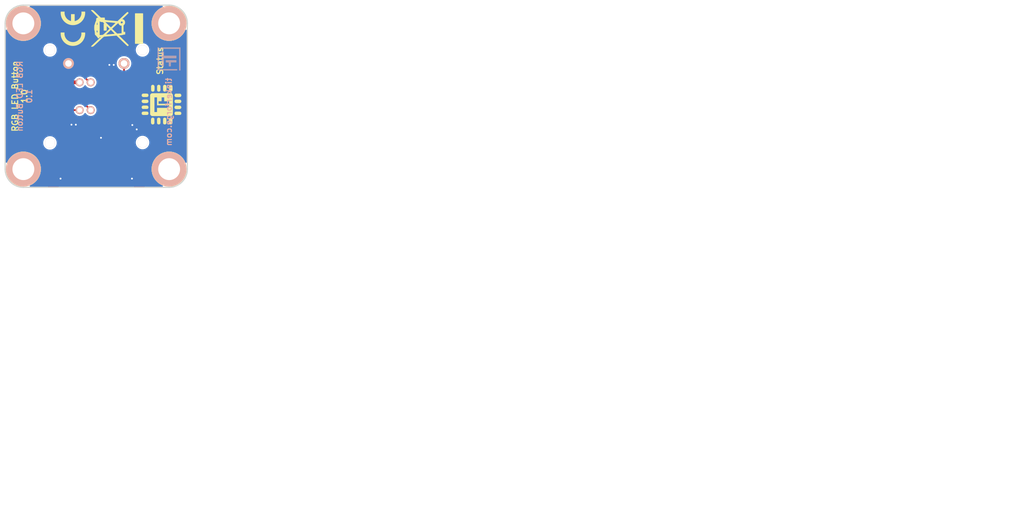
<source format=kicad_pcb>
(kicad_pcb (version 20221018) (generator pcbnew)
  (title_block (title "RGB Button Bricklet") (date "2017-05-08") (rev "1.0") (company "Tinkerforge GmbH") (comment 1 "Licensed under CERN OHL v.1.1") (comment 2 "Copyright (©) 2017, B.Nordmeyer <bastian@tinkerforge.com>"))
  (layers (0 "F.Cu" signal) (31 "B.Cu" signal) (34 "B.Paste" user) (35 "F.Paste" user) (36 "B.SilkS" user "B.Silkscreen") (37 "F.SilkS" user "F.Silkscreen") (38 "B.Mask" user) (39 "F.Mask" user) (44 "Edge.Cuts" user))
  (net 0 "")
  (net 1 "GND")
  (net 2 "VCC")
  (net 3 "S-MISO")
  (net 4 "S-MOSI")
  (net 5 "S-CLK")
  (net 6 "S-CS")
  (net 7 "P1.2_HO")
  (net 8 "P1.1_HO")
  (net 9 "P1.0_HO")
  (net 10 "PinSwitch")
  (net 11 "Net-(R2-Pad2)")
  (net 12 "Net-(R3-Pad2)")
  (net 13 "Net-(P2-Pad2)")
  (net 14 "Net-(P1-Pad4)")
  (net 15 "Net-(P1-Pad5)")
  (net 16 "Net-(P1-Pad6)")
  (net 17 "Net-(C1-Pad1)")
  (net 18 "Net-(D1-Pad2)")
  (net 19 "Net-(R1-Pad1)")
  (net 20 "Net-(R4-Pad2)")
  (net 21 "Net-(P1-Pad1)")
  (net 22 "Net-(U1-Pad2)")
  (net 23 "Net-(U1-Pad3)")
  (net 24 "Net-(U1-Pad4)")
  (net 25 "Net-(U1-Pad5)")
  (net 26 "Net-(U1-Pad6)")
  (net 27 "Net-(U1-Pad11)")
  (net 28 "Net-(U1-Pad15)")
  (net 29 "Net-(U1-Pad16)")
  (net 30 "Net-(U1-Pad17)")
  (net 31 "Net-(U1-Pad18)")
  (net 32 "Net-(U1-Pad19)")
  (net 33 "Net-(U1-Pad20)")
  (footprint "kicad-libraries:CON-SENSOR2" (layer "F.Cu") (at 151.7 114.9)
    (fp_text reference "P1")
    (fp_text value "CON-SENSOR")
    (pad "1" smd rect (at -3.75 -4.6) (size 0.6 1.8) (layers "F.Cu" "F.Paste" "F.Mask") (net 21 "Net-(P1-Pad1)"))
    (pad "2" smd rect (at -2.5 -4.6) (size 0.6 1.8) (layers "F.Cu" "F.Paste" "F.Mask") (net 1 "GND"))
    (pad "3" smd rect (at -1.25 -4.6) (size 0.6 1.8) (layers "F.Cu" "F.Paste" "F.Mask") (net 2 "VCC"))
    (pad "4" smd rect (at 0 -4.6) (size 0.6 1.8) (layers "F.Cu" "F.Paste" "F.Mask") (net 14 "Net-(P1-Pad4)"))
    (pad "5" smd rect (at 1.25 -4.6) (size 0.6 1.8) (layers "F.Cu" "F.Paste" "F.Mask") (net 15 "Net-(P1-Pad5)"))
    (pad "6" smd rect (at 2.5 -4.6) (size 0.6 1.8) (layers "F.Cu" "F.Paste" "F.Mask") (net 16 "Net-(P1-Pad6)"))
    (pad "7" smd rect (at 3.75 -4.6) (size 0.6 1.8) (layers "F.Cu" "F.Paste" "F.Mask") (net 17 "Net-(C1-Pad1)"))
    (pad "EP" smd rect (at -5.9 -1.2) (size 1.4 2.4) (layers "F.Cu" "F.Paste" "F.Mask") (net 1 "GND"))
    (pad "EP" smd rect (at 5.9 -1.2) (size 1.4 2.4) (layers "F.Cu" "F.Paste" "F.Mask") (net 1 "GND"))
  )
  (footprint "kicad-libraries:SolderJumper" (layer "F.Cu") (at 152.35 107.1 90)
    (fp_text reference "P2")
    (fp_text value "Boot")
    (pad "1" smd rect (at -0.5 0 90) (size 0.4 1.4) (layers "F.Cu" "F.Mask") (net 1 "GND"))
    (pad "1" smd rect (at -0.225 -0.55 90) (size 0.95 0.3) (layers "F.Cu" "F.Mask") (net 1 "GND"))
    (pad "1" smd rect (at -0.225 0.55 90) (size 0.95 0.3) (layers "F.Cu" "F.Mask") (net 1 "GND"))
    (pad "2" smd rect (at 0.15 0 90) (size 0.6 0.5) (layers "F.Cu" "F.Mask") (net 13 "Net-(P2-Pad2)"))
    (pad "2" smd rect (at 0.55 0 90) (size 0.3 1.4) (layers "F.Cu" "F.Mask") (net 13 "Net-(P2-Pad2)"))
  )
  (footprint "kicad-libraries:QFN24-4x4mm-0.5mm" (layer "F.Cu") (at 154.4 102.6 180)
    (fp_text reference "U1")
    (fp_text value "XMC1100-16")
    (pad "1" smd oval (at -2.025 -1.25 180) (size 1 0.3) (layers "F.Cu" "F.Paste" "F.Mask") (net 3 "S-MISO"))
    (pad "2" smd oval (at -2.025 -0.75 180) (size 1 0.3) (layers "F.Cu" "F.Paste" "F.Mask") (net 22 "Net-(U1-Pad2)"))
    (pad "3" smd oval (at -2.025 -0.25 180) (size 1 0.3) (layers "F.Cu" "F.Paste" "F.Mask") (net 23 "Net-(U1-Pad3)"))
    (pad "4" smd oval (at -2.025 0.25 180) (size 1 0.3) (layers "F.Cu" "F.Paste" "F.Mask") (net 24 "Net-(U1-Pad4)"))
    (pad "5" smd oval (at -2.025 0.75 180) (size 1 0.3) (layers "F.Cu" "F.Paste" "F.Mask") (net 25 "Net-(U1-Pad5)"))
    (pad "6" smd oval (at -2.025 1.25 180) (size 1 0.3) (layers "F.Cu" "F.Paste" "F.Mask") (net 26 "Net-(U1-Pad6)"))
    (pad "7" smd oval (at -1.25 2.025 270) (size 1 0.3) (layers "F.Cu" "F.Paste" "F.Mask") (net 19 "Net-(R1-Pad1)"))
    (pad "8" smd oval (at -0.75 2.025 270) (size 1 0.3) (layers "F.Cu" "F.Paste" "F.Mask") (net 10 "PinSwitch"))
    (pad "9" smd oval (at -0.25 2.025 270) (size 1 0.3) (layers "F.Cu" "F.Paste" "F.Mask") (net 1 "GND"))
    (pad "10" smd oval (at 0.25 2.025 270) (size 1 0.3) (layers "F.Cu" "F.Paste" "F.Mask") (net 2 "VCC"))
    (pad "11" smd oval (at 0.75 2.025 270) (size 1 0.3) (layers "F.Cu" "F.Paste" "F.Mask") (net 27 "Net-(U1-Pad11)"))
    (pad "12" smd oval (at 1.25 2.025 270) (size 1 0.3) (layers "F.Cu" "F.Paste" "F.Mask") (net 7 "P1.2_HO"))
    (pad "13" smd oval (at 2.025 1.25 180) (size 1 0.3) (layers "F.Cu" "F.Paste" "F.Mask") (net 8 "P1.1_HO"))
    (pad "14" smd oval (at 2.025 0.75 180) (size 1 0.3) (layers "F.Cu" "F.Paste" "F.Mask") (net 9 "P1.0_HO"))
    (pad "15" smd oval (at 2.025 0.25 180) (size 1 0.3) (layers "F.Cu" "F.Paste" "F.Mask") (net 28 "Net-(U1-Pad15)"))
    (pad "16" smd oval (at 2.025 -0.25 180) (size 1 0.3) (layers "F.Cu" "F.Paste" "F.Mask") (net 29 "Net-(U1-Pad16)"))
    (pad "17" smd oval (at 2.025 -0.75 180) (size 1 0.3) (layers "F.Cu" "F.Paste" "F.Mask") (net 30 "Net-(U1-Pad17)"))
    (pad "18" smd oval (at 2.025 -1.25 180) (size 1 0.3) (layers "F.Cu" "F.Paste" "F.Mask") (net 31 "Net-(U1-Pad18)"))
    (pad "19" smd oval (at 1.25 -2.025 270) (size 1 0.3) (layers "F.Cu" "F.Paste" "F.Mask") (net 32 "Net-(U1-Pad19)"))
    (pad "20" smd oval (at 0.75 -2.025 270) (size 1 0.3) (layers "F.Cu" "F.Paste" "F.Mask") (net 33 "Net-(U1-Pad20)"))
    (pad "21" smd oval (at 0.25 -2.025 270) (size 1 0.3) (layers "F.Cu" "F.Paste" "F.Mask") (net 13 "Net-(P2-Pad2)"))
    (pad "22" smd oval (at -0.25 -2.025 270) (size 1 0.3) (layers "F.Cu" "F.Paste" "F.Mask") (net 6 "S-CS"))
    (pad "23" smd oval (at -0.75 -2.025 270) (size 1 0.3) (layers "F.Cu" "F.Paste" "F.Mask") (net 5 "S-CLK"))
    (pad "24" smd oval (at -1.25 -2.025 270) (size 1 0.3) (layers "F.Cu" "F.Paste" "F.Mask") (net 4 "S-MOSI"))
    (pad "EXP" smd rect (at -0.65 -0.65 180) (size 1.3 1.3) (layers "F.Cu" "F.Paste" "F.Mask") (net 1 "GND"))
    (pad "EXP" smd rect (at -0.65 0.65 180) (size 1.3 1.3) (layers "F.Cu" "F.Paste" "F.Mask") (net 1 "GND"))
    (pad "EXP" smd rect (at 0.65 -0.65 180) (size 1.3 1.3) (layers "F.Cu" "F.Paste" "F.Mask") (net 1 "GND"))
    (pad "EXP" smd rect (at 0.65 0.65 180) (size 1.3 1.3) (layers "F.Cu" "F.Paste" "F.Mask") (net 1 "GND"))
  )
  (footprint "kicad-libraries:DRILL_NP" (layer "F.Cu") (at 141.7 92.4)
    (fp_text reference "U2" hide)
    (fp_text value "DRILL" hide)
    (pad "" np_thru_hole circle (at 0 0) (size 2.99974 2.99974) (drill 2.99974) (layers "*.Cu" "*.Mask" "F.SilkS") (clearance 0.89916))
  )
  (footprint "kicad-libraries:DRILL_NP" (layer "F.Cu") (at 161.7 92.4)
    (fp_text reference "U3" hide)
    (fp_text value "DRILL" hide)
    (pad "" np_thru_hole circle (at 0 0) (size 2.99974 2.99974) (drill 2.99974) (layers "*.Cu" "*.Mask" "F.SilkS") (clearance 0.89916))
  )
  (footprint "kicad-libraries:DRILL_NP" (layer "F.Cu") (at 141.7 112.4)
    (fp_text reference "U4" hide)
    (fp_text value "DRILL" hide)
    (pad "" np_thru_hole circle (at 0 0) (size 2.99974 2.99974) (drill 2.99974) (layers "*.Cu" "*.Mask" "F.SilkS") (clearance 0.89916))
  )
  (footprint "kicad-libraries:DRILL_NP" (layer "F.Cu") (at 161.7 112.4)
    (fp_text reference "U5" hide)
    (fp_text value "DRILL" hide)
    (pad "" np_thru_hole circle (at 0 0) (size 2.99974 2.99974) (drill 2.99974) (layers "*.Cu" "*.Mask" "F.SilkS") (clearance 0.89916))
  )
  (footprint "kicad-libraries:Fiducial_Mark" (layer "F.Cu") (at 145.7 91.9)
    (fp_text reference "Fiducial_Mark" hide)
    (fp_text value "VAL**" hide)
    (pad "1" smd circle (at 0 0) (size 1.00076 1.00076) (layers "F.Cu" "F.Paste" "F.Mask") (clearance 0.65024))
  )
  (footprint "kicad-libraries:Fiducial_Mark" (layer "F.Cu") (at 142.7 107.9)
    (fp_text reference "Fiducial_Mark" hide)
    (fp_text value "VAL**" hide)
    (pad "1" smd circle (at 0 0) (size 1.00076 1.00076) (layers "F.Cu" "F.Paste" "F.Mask") (clearance 0.65024))
  )
  (footprint "kicad-libraries:Fiducial_Mark" (layer "F.Cu") (at 160.7 107.9)
    (fp_text reference "Fiducial_Mark" hide)
    (fp_text value "VAL**" hide)
    (pad "1" smd circle (at 0 0) (size 1.00076 1.00076) (layers "F.Cu" "F.Paste" "F.Mask") (clearance 0.65024))
  )
  (footprint "kicad-libraries:WEEE_7mm" (layer "F.Cu") (at 154.55 93.1 90)
    (fp_text reference "G***" hide)
    (fp_text value "LOGO" hide)
  )
  (footprint "kicad-libraries:CE_5mm" (layer "F.Cu") (at 148.5 93.1 90)
    (fp_text reference "VAL" hide)
    (fp_text value "CE_5mm" hide)
  )
  (footprint "kicad-libraries:R0603F" (layer "F.Cu") (at 157.7 99.2 -90)
    (fp_text reference "R1")
    (fp_text value "1k")
    (pad "1" smd rect (at -0.75 0 270) (size 0.9 0.9) (layers "F.Cu" "F.Paste" "F.Mask") (net 19 "Net-(R1-Pad1)"))
    (pad "2" smd rect (at 0.75 0 270) (size 0.9 0.9) (layers "F.Cu" "F.Paste" "F.Mask") (net 18 "Net-(D1-Pad2)"))
  )
  (footprint "kicad-libraries:Logo_CoMCU" (layer "F.Cu") (at 160.65 103.55 90)
    (fp_text reference "G***" hide)
    (fp_text value "LOGO" hide)
  )
  (footprint "kicad-libraries:D0603F" (layer "F.Cu") (at 159.1 99.2 -90)
    (fp_text reference "D1")
    (fp_text value "blue")
    (pad "1" smd rect (at -0.75 0 270) (size 0.9 0.9) (layers "F.Cu" "F.Paste" "F.Mask") (net 2 "VCC"))
    (pad "2" smd rect (at 0.75 0 270) (size 0.9 0.9) (layers "F.Cu" "F.Paste" "F.Mask") (net 18 "Net-(D1-Pad2)"))
  )
  (footprint "kicad-libraries:C0603F" (layer "F.Cu") (at 149.4 107)
    (fp_text reference "C2")
    (fp_text value "1uF")
    (pad "1" smd rect (at -0.75 0) (size 0.9 0.9) (layers "F.Cu" "F.Paste" "F.Mask") (net 1 "GND"))
    (pad "2" smd rect (at 0.75 0) (size 0.9 0.9) (layers "F.Cu" "F.Paste" "F.Mask") (net 2 "VCC"))
  )
  (footprint "kicad-libraries:C0603F" (layer "F.Cu") (at 153.2 98.9 180)
    (fp_text reference "C3")
    (fp_text value "10uF")
    (pad "1" smd rect (at -0.75 0 180) (size 0.9 0.9) (layers "F.Cu" "F.Paste" "F.Mask") (net 1 "GND"))
    (pad "2" smd rect (at 0.75 0 180) (size 0.9 0.9) (layers "F.Cu" "F.Paste" "F.Mask") (net 2 "VCC"))
  )
  (footprint "kicad-libraries:C0603F" (layer "F.Cu") (at 149.4 108.4)
    (fp_text reference "C4")
    (fp_text value "100nF")
    (pad "1" smd rect (at -0.75 0) (size 0.9 0.9) (layers "F.Cu" "F.Paste" "F.Mask") (net 1 "GND"))
    (pad "2" smd rect (at 0.75 0) (size 0.9 0.9) (layers "F.Cu" "F.Paste" "F.Mask") (net 2 "VCC"))
  )
  (footprint "kicad-libraries:C0402F" (layer "F.Cu") (at 156.55 107.6 90)
    (fp_text reference "C1")
    (fp_text value "220pF")
    (pad "1" smd rect (at -0.5 0 90) (size 0.6 0.7) (layers "F.Cu" "F.Paste" "F.Mask") (net 17 "Net-(C1-Pad1)"))
    (pad "2" smd rect (at 0.5 0 90) (size 0.6 0.7) (layers "F.Cu" "F.Paste" "F.Mask") (net 1 "GND"))
  )
  (footprint "kicad-libraries:R0603F" (layer "F.Cu") (at 150.2 98.9 180)
    (fp_text reference "R2")
    (fp_text value "15")
    (pad "1" smd rect (at -0.75 0 180) (size 0.9 0.9) (layers "F.Cu" "F.Paste" "F.Mask") (net 7 "P1.2_HO"))
    (pad "2" smd rect (at 0.75 0 180) (size 0.9 0.9) (layers "F.Cu" "F.Paste" "F.Mask") (net 11 "Net-(R2-Pad2)"))
  )
  (footprint "kicad-libraries:R0603F" (layer "F.Cu") (at 147.9 102.6 -90)
    (fp_text reference "R3")
    (fp_text value "68")
    (pad "1" smd rect (at -0.75 0 270) (size 0.9 0.9) (layers "F.Cu" "F.Paste" "F.Mask") (net 8 "P1.1_HO"))
    (pad "2" smd rect (at 0.75 0 270) (size 0.9 0.9) (layers "F.Cu" "F.Paste" "F.Mask") (net 12 "Net-(R3-Pad2)"))
  )
  (footprint "kicad-libraries:R0603F" (layer "F.Cu") (at 146.5 102.6 -90)
    (fp_text reference "R4")
    (fp_text value "15")
    (pad "1" smd rect (at -0.75 0 270) (size 0.9 0.9) (layers "F.Cu" "F.Paste" "F.Mask") (net 9 "P1.0_HO"))
    (pad "2" smd rect (at 0.75 0 270) (size 0.9 0.9) (layers "F.Cu" "F.Paste" "F.Mask") (net 20 "Net-(R4-Pad2)"))
  )
  (footprint "kicad-libraries:4X0402" (layer "F.Cu") (at 154.75 107.6)
    (fp_text reference "RP1")
    (fp_text value "82")
    (pad "1" smd rect (at -0.7493 0.575 180) (size 0.29972 0.65) (layers "F.Cu" "F.Paste" "F.Mask") (net 14 "Net-(P1-Pad4)"))
    (pad "2" smd rect (at -0.24892 0.575 180) (size 0.29972 0.65) (layers "F.Cu" "F.Paste" "F.Mask") (net 15 "Net-(P1-Pad5)"))
    (pad "3" smd rect (at 0.24892 0.575 180) (size 0.29972 0.65) (layers "F.Cu" "F.Paste" "F.Mask") (net 16 "Net-(P1-Pad6)"))
    (pad "4" smd rect (at 0.7493 0.575 180) (size 0.29972 0.65) (layers "F.Cu" "F.Paste" "F.Mask") (net 17 "Net-(C1-Pad1)"))
    (pad "5" smd rect (at 0.7493 -0.575) (size 0.29972 0.65) (layers "F.Cu" "F.Paste" "F.Mask") (net 3 "S-MISO"))
    (pad "6" smd rect (at 0.24892 -0.575) (size 0.29972 0.65) (layers "F.Cu" "F.Paste" "F.Mask") (net 4 "S-MOSI"))
    (pad "7" smd rect (at -0.24892 -0.575) (size 0.29972 0.65) (layers "F.Cu" "F.Paste" "F.Mask") (net 5 "S-CLK"))
    (pad "8" smd rect (at -0.7493 -0.575) (size 0.29972 0.65) (layers "F.Cu" "F.Paste" "F.Mask") (net 6 "S-CS"))
  )
  (footprint "kicad-libraries:Logo_31x31" (layer "B.Cu") (at 160.1 95.7 -90)
    (fp_text reference "G***" hide)
    (fp_text value "Logo_31x31" hide)
  )
  (footprint "kicad-libraries:RGB_SWITCH_AD" (layer "B.Cu") (at 151.7 102.4)
    (fp_text reference "SW1")
    (fp_text value "RGB_SWITCH_AD")
    (pad "" np_thru_hole circle (at -6.35 -6.35) (size 1.35 1.35) (drill 1.35) (layers "*.Cu" "*.Mask" "B.SilkS"))
    (pad "" np_thru_hole circle (at -6.35 6.4) (size 1.35 1.35) (drill 1.35) (layers "*.Cu" "*.Mask" "B.SilkS"))
    (pad "" np_thru_hole circle (at 6.35 -6.35) (size 1.35 1.35) (drill 1.35) (layers "*.Cu" "*.Mask" "B.SilkS"))
    (pad "" np_thru_hole circle (at 6.35 6.35) (size 1.35 1.35) (drill 1.35) (layers "*.Cu" "*.Mask" "B.SilkS"))
    (pad "1" thru_hole circle (at 3.81 -4.5) (size 1.5 1.5) (drill 0.9) (layers "*.Cu" "*.Mask" "B.SilkS") (net 10 "PinSwitch"))
    (pad "2" thru_hole circle (at -3.81 -4.5) (size 1.5 1.5) (drill 0.9) (layers "*.Cu" "*.Mask" "B.SilkS") (net 1 "GND"))
    (pad "B2" thru_hole circle (at -0.76 -1.91) (size 1.1 1.1) (drill 0.7) (layers "*.Cu" "*.Mask" "B.SilkS") (net 11 "Net-(R2-Pad2)"))
    (pad "C2" thru_hole circle (at -2.28 -1.91) (size 1.1 1.1) (drill 0.7) (layers "*.Cu" "*.Mask" "B.SilkS") (net 2 "VCC"))
    (pad "G2" thru_hole circle (at -2.28 1.9) (size 1.1 1.1) (drill 0.7) (layers "*.Cu" "*.Mask" "B.SilkS") (net 20 "Net-(R4-Pad2)"))
    (pad "R2" thru_hole circle (at -0.76 1.9) (size 1.1 1.1) (drill 0.7) (layers "*.Cu" "*.Mask" "B.SilkS") (net 12 "Net-(R3-Pad2)"))
  )
  (gr_line (start 161.7 89.9) (end 141.7 89.9) (stroke (width 0.15)) (layer "Edge.Cuts"))
  (gr_line (start 164.2 92.4) (end 164.2 112.4) (stroke (width 0.15)) (layer "Edge.Cuts"))
  (gr_line (start 139.2 112.4) (end 139.2 92.4) (stroke (width 0.15)) (layer "Edge.Cuts"))
  (gr_arc (start 164.2 112.4) (mid 163.467767 114.167767) (end 161.7 114.9) (stroke (width 0.15)) (layer "Edge.Cuts"))
  (gr_arc (start 139.2 92.4) (mid 139.932233 90.632233) (end 141.7 89.9) (stroke (width 0.15)) (layer "Edge.Cuts"))
  (gr_arc (start 161.7 89.9) (mid 163.467767 90.632233) (end 164.2 92.4) (stroke (width 0.15)) (layer "Edge.Cuts"))
  (gr_line (start 141.7 114.9) (end 161.7 114.9) (stroke (width 0.15)) (layer "Edge.Cuts"))
  (gr_arc (start 141.7 114.9) (mid 139.932233 114.167767) (end 139.2 112.4) (stroke (width 0.15)) (layer "Edge.Cuts"))
  (gr_text "tinkerforge.com" (at 161.65 104.55 90) (layer "B.SilkS") (effects (font (size 0.8 0.8)) (justify mirror)))
  (gr_text "RGB LED Button\n1.0" (at 141.85 102.4 90) (layer "B.SilkS") (effects (font (size 0.8 0.8)) (justify mirror)))
  (gr_text "Status" (at 160.45 97.55 90) (layer "F.SilkS") (effects (font (size 0.8 0.8))))
  (gr_text "RGB LED Button\n1.0" (at 141.2 102.4 90) (layer "F.SilkS") (effects (font (size 0.8 0.8))))
  (segment (start 154.65 99.95) (end 153.95 99.25) (width 0.25) (layer "F.Cu") (net 1))
  (segment (start 154.65 101.55) (end 155.05 101.95) (width 0.25) (layer "F.Cu") (net 1))
  (segment (start 153.95 98.25) (end 154.1 98.1) (width 0.5) (layer "F.Cu") (net 1))
  (segment (start 153.6 98.1) (end 153.95 98.45) (width 0.5) (layer "F.Cu") (net 1))
  (segment (start 153.6 98.1) (end 153.5 98.1) (width 0.4) (layer "F.Cu") (net 1))
  (segment (start 149.2 109.5) (end 148.65 108.95) (width 0.5) (layer "F.Cu") (net 1))
  (segment (start 148.65 108.95) (end 148.65 108.4) (width 0.5) (layer "F.Cu") (net 1))
  (segment (start 148.65 106.55) (end 148.9 106.3) (width 0.5) (layer "F.Cu") (net 1))
  (segment (start 148.65 106.65) (end 148.3 106.3) (width 0.5) (layer "F.Cu") (net 1))
  (segment (start 152.9 107.6) (end 152.35 107.6) (width 0.3) (layer "F.Cu") (net 1))
  (segment (start 151.8 107.6) (end 152.35 107.6) (width 0.3) (layer "F.Cu") (net 1))
  (segment (start 156.55 106.45) (end 156.65 106.35) (width 0.5) (layer "F.Cu") (net 1))
  (segment (start 148.65 108.4) (end 148.65 107) (width 0.5) (layer "F.Cu") (net 1))
  (segment (start 157.6 113.7) (end 156.6 113.7) (width 0.5) (layer "F.Cu") (net 1))
  (segment (start 154.65 100.575) (end 154.65 99.95) (width 0.25) (layer "F.Cu") (net 1))
  (segment (start 153.5 98.1) (end 154.1 98.1) (width 0.5) (layer "F.Cu") (net 1))
  (segment (start 148.65 107) (end 148.65 106.65) (width 0.5) (layer "F.Cu") (net 1))
  (segment (start 153.95 98.9) (end 153.95 98.25) (width 0.5) (layer "F.Cu") (net 1))
  (segment (start 156.55 106.95) (end 157.25 106.95) (width 0.5) (layer "F.Cu") (net 1))
  (segment (start 154.65 100.575) (end 154.65 101.55) (width 0.25) (layer "F.Cu") (net 1))
  (segment (start 148.65 107) (end 148.65 106.55) (width 0.5) (layer "F.Cu") (net 1))
  (segment (start 152.9 107.325) (end 152.9 107.6) (width 0.3) (layer "F.Cu") (net 1))
  (segment (start 145.8 113.7) (end 146.8 113.7) (width 0.5) (layer "F.Cu") (net 1))
  (segment (start 153.75 101.95) (end 153.75 103.25) (width 0.25) (layer "F.Cu") (net 1))
  (segment (start 149.2 110.3) (end 149.2 109.5) (width 0.5) (layer "F.Cu") (net 1))
  (segment (start 152.35 107.6) (end 152.35 108.1) (width 0.3) (layer "F.Cu") (net 1))
  (segment (start 156.55 106.95) (end 156.55 106.45) (width 0.5) (layer "F.Cu") (net 1))
  (segment (start 155.05 101.95) (end 153.75 101.95) (width 0.25) (layer "F.Cu") (net 1))
  (segment (start 155.05 103.25) (end 155.05 101.95) (width 0.25) (layer "F.Cu") (net 1))
  (segment (start 151.8 107.325) (end 151.8 107.6) (width 0.3) (layer "F.Cu") (net 1))
  (via (at 157.25 106.95) (size 0.55) (drill 0.25) (layers "F.Cu" "B.Cu") (net 1))
  (via (at 156.65 106.35) (size 0.55) (drill 0.25) (layers "F.Cu" "B.Cu") (net 1))
  (via (at 152.35 108.1) (size 0.55) (drill 0.25) (layers "F.Cu" "B.Cu") (net 1))
  (via (at 154.1 98.1) (size 0.55) (drill 0.25) (layers "F.Cu" "B.Cu") (net 1))
  (via (at 156.6 113.7) (size 0.55) (drill 0.25) (layers "F.Cu" "B.Cu") (net 1))
  (via (at 146.8 113.7) (size 0.55) (drill 0.25) (layers "F.Cu" "B.Cu") (net 1))
  (via (at 153.5 98.1) (size 0.55) (drill 0.25) (layers "F.Cu" "B.Cu") (net 1))
  (via (at 148.9 106.3) (size 0.55) (drill 0.25) (layers "F.Cu" "B.Cu") (net 1))
  (via (at 148.3 106.3) (size 0.55) (drill 0.25) (layers "F.Cu" "B.Cu") (net 1))
  (segment (start 154.15 100.05) (end 153.8 99.7) (width 0.25) (layer "F.Cu") (net 2))
  (segment (start 153.8 99.7) (end 152.9 99.7) (width 0.25) (layer "F.Cu") (net 2))
  (segment (start 152.9 99.7) (end 152.45 99.25) (width 0.25) (layer "F.Cu") (net 2))
  (segment (start 152.45 99.25) (end 152.45 98.9) (width 0.25) (layer "F.Cu") (net 2))
  (segment (start 150.45 109.35) (end 150.15 109.05) (width 0.5) (layer "F.Cu") (net 2))
  (segment (start 150.15 109.05) (end 150.15 108.4) (width 0.5) (layer "F.Cu") (net 2))
  (segment (start 159.1 97.8) (end 158.7 97.4) (width 0.25) (layer "F.Cu") (net 2))
  (segment (start 158.7 97.4) (end 157.2 97.4) (width 0.25) (layer "F.Cu") (net 2))
  (segment (start 157.2 97.4) (end 156.5 96.7) (width 0.25) (layer "F.Cu") (net 2))
  (segment (start 156.5 96.7) (end 153.7 96.7) (width 0.25) (layer "F.Cu") (net 2))
  (segment (start 153.7 96.7) (end 152.45 97.95) (width 0.25) (layer "F.Cu") (net 2))
  (segment (start 152.45 97.95) (end 152.45 97.9) (width 0.25) (layer "F.Cu") (net 2))
  (segment (start 150.15 106.35) (end 149.3 105.5) (width 0.5) (layer "F.Cu") (net 2))
  (segment (start 149.3 105.5) (end 146.3 105.5) (width 0.5) (layer "F.Cu") (net 2))
  (segment (start 146.3 105.5) (end 145.2 104.4) (width 0.5) (layer "F.Cu") (net 2))
  (segment (start 145.2 104.4) (end 145.2 99.35) (width 0.5) (layer "F.Cu") (net 2))
  (segment (start 145.2 98.3) (end 147 96.5) (width 0.5) (layer "F.Cu") (net 2))
  (segment (start 147 96.5) (end 151.1 96.5) (width 0.5) (layer "F.Cu") (net 2))
  (segment (start 151.1 96.5) (end 152.5 97.9) (width 0.5) (layer "F.Cu") (net 2))
  (segment (start 152.5 97.9) (end 152.45 97.9) (width 0.5) (layer "F.Cu") (net 2))
  (segment (start 152.45 97.9) (end 152.45 98.9) (width 0.25) (layer "F.Cu") (net 2))
  (segment (start 152.5 98.85) (end 152.45 98.9) (width 0.5) (layer "F.Cu") (net 2))
  (segment (start 146.35 100.5) (end 145.2 99.35) (width 0.5) (layer "F.Cu") (net 2))
  (segment (start 145.2 99.35) (end 145.2 98.3) (width 0.5) (layer "F.Cu") (net 2))
  (segment (start 146.34 100.49) (end 146.35 100.5) (width 0.5) (layer "F.Cu") (net 2))
  (segment (start 149.42 100.49) (end 146.34 100.49) (width 0.5) (layer "F.Cu") (net 2))
  (segment (start 152.5 97.9) (end 152.5 98.85) (width 0.5) (layer "F.Cu") (net 2))
  (segment (start 159.1 98.45) (end 159.1 97.8) (width 0.25) (layer "F.Cu") (net 2))
  (segment (start 154.15 100.575) (end 154.15 100.05) (width 0.25) (layer "F.Cu") (net 2))
  (segment (start 150.15 107) (end 150.15 106.35) (width 0.5) (layer "F.Cu") (net 2))
  (segment (start 150.15 108.4) (end 150.15 107) (width 0.5) (layer "F.Cu") (net 2))
  (segment (start 150.45 110.3) (end 150.45 109.35) (width 0.5) (layer "F.Cu") (net 2))
  (segment (start 155.4993 106.7007) (end 156.3 105.9) (width 0.25) (layer "F.Cu") (net 3))
  (segment (start 156.3 105.9) (end 156.3 103.975) (width 0.25) (layer "F.Cu") (net 3))
  (segment (start 156.3 103.975) (end 156.425 103.85) (width 0.25) (layer "F.Cu") (net 3))
  (segment (start 155.4993 107.025) (end 155.4993 106.7007) (width 0.25) (layer "F.Cu") (net 3))
  (segment (start 155.65 105.85) (end 154.99892 106.50108) (width 0.25) (layer "F.Cu") (net 4))
  (segment (start 154.99892 106.50108) (end 154.99892 107.025) (width 0.25) (layer "F.Cu") (net 4))
  (segment (start 155.65 104.625) (end 155.65 105.85) (width 0.25) (layer "F.Cu") (net 4))
  (segment (start 154.50108 106.39892) (end 155.15 105.75) (width 0.25) (layer "F.Cu") (net 5))
  (segment (start 155.15 105.75) (end 155.15 104.625) (width 0.25) (layer "F.Cu") (net 5))
  (segment (start 154.50108 107.025) (end 154.50108 106.39892) (width 0.25) (layer "F.Cu") (net 5))
  (segment (start 154.65 105.55) (end 154.0007 106.1993) (width 0.25) (layer "F.Cu") (net 6))
  (segment (start 154.0007 106.1993) (end 154.0007 107.025) (width 0.25) (layer "F.Cu") (net 6))
  (segment (start 154.65 104.625) (end 154.65 105.55) (width 0.25) (layer "F.Cu") (net 6))
  (segment (start 152.375 100.575) (end 150.95 99.15) (width 0.25) (layer "F.Cu") (net 7))
  (segment (start 150.95 99.15) (end 150.95 98.9) (width 0.25) (layer "F.Cu") (net 7))
  (segment (start 153.15 100.575) (end 152.375 100.575) (width 0.25) (layer "F.Cu") (net 7))
  (segment (start 151.45 101.35) (end 150.7 102.1) (width 0.25) (layer "F.Cu") (net 8))
  (segment (start 150.7 102.1) (end 148.15 102.1) (width 0.25) (layer "F.Cu") (net 8))
  (segment (start 148.15 102.1) (end 147.9 101.85) (width 0.25) (layer "F.Cu") (net 8))
  (segment (start 152.375 101.35) (end 151.45 101.35) (width 0.25) (layer "F.Cu") (net 8))
  (segment (start 151.85 101.85) (end 151.1 102.6) (width 0.25) (layer "F.Cu") (net 9))
  (segment (start 151.1 102.6) (end 146.9 102.6) (width 0.25) (layer "F.Cu") (net 9))
  (segment (start 146.9 102.6) (end 146.5 102.2) (width 0.25) (layer "F.Cu") (net 9))
  (segment (start 146.5 102.2) (end 146.5 101.85) (width 0.25) (layer "F.Cu") (net 9))
  (segment (start 152.375 101.85) (end 151.85 101.85) (width 0.25) (layer "F.Cu") (net 9))
  (segment (start 146.5 101.85) (end 146.5 102.1) (width 0.25) (layer "F.Cu") (net 9))
  (segment (start 155.15 99.65) (end 155.51 99.29) (width 0.25) (layer "F.Cu") (net 10))
  (segment (start 155.51 99.29) (end 155.51 97.9) (width 0.25) (layer "F.Cu") (net 10))
  (segment (start 155.15 100.575) (end 155.15 99.65) (width 0.25) (layer "F.Cu") (net 10))
  (segment (start 149.42 98.93) (end 149.45 98.9) (width 0.25) (layer "F.Cu") (net 11))
  (segment (start 150.79 100.49) (end 149.45 99.15) (width 0.25) (layer "F.Cu") (net 11))
  (segment (start 149.45 99.15) (end 149.45 98.9) (width 0.25) (layer "F.Cu") (net 11))
  (segment (start 150.94 100.49) (end 150.94 100.56) (width 0.5) (layer "F.Cu") (net 11))
  (segment (start 150.94 100.49) (end 150.79 100.49) (width 0.25) (layer "F.Cu") (net 11))
  (segment (start 149.99 103.35) (end 150.94 104.3) (width 0.25) (layer "F.Cu") (net 12))
  (segment (start 147.9 103.35) (end 149.99 103.35) (width 0.25) (layer "F.Cu") (net 12))
  (segment (start 154.15 105.2) (end 153.55 105.8) (width 0.25) (layer "F.Cu") (net 13))
  (segment (start 153.55 105.8) (end 152.55 105.8) (width 0.25) (layer "F.Cu") (net 13))
  (segment (start 152.55 105.8) (end 152.35 106) (width 0.25) (layer "F.Cu") (net 13))
  (segment (start 152.35 106) (end 152.35 106.55) (width 0.25) (layer "F.Cu") (net 13))
  (segment (start 152.35 106.95) (end 152.35 106.55) (width 0.2) (layer "F.Cu") (net 13))
  (segment (start 154.15 104.625) (end 154.15 105.2) (width 0.25) (layer "F.Cu") (net 13))
  (segment (start 151.7 109.6) (end 151.7 110.3) (width 0.2) (layer "F.Cu") (net 14))
  (segment (start 154.0007 108.4493) (end 153.8 108.65) (width 0.25) (layer "F.Cu") (net 14))
  (segment (start 153.8 108.65) (end 152.45 108.65) (width 0.25) (layer "F.Cu") (net 14))
  (segment (start 152.45 108.65) (end 151.7 109.4) (width 0.25) (layer "F.Cu") (net 14))
  (segment (start 151.7 109.4) (end 151.7 110.3) (width 0.25) (layer "F.Cu") (net 14))
  (segment (start 154.0007 108.175) (end 154.0007 108.4493) (width 0.25) (layer "F.Cu") (net 14))
  (segment (start 154.50108 108.64892) (end 154.05 109.1) (width 0.25) (layer "F.Cu") (net 15))
  (segment (start 154.05 109.1) (end 153.4 109.1) (width 0.25) (layer "F.Cu") (net 15))
  (segment (start 153.4 109.1) (end 152.95 109.55) (width 0.25) (layer "F.Cu") (net 15))
  (segment (start 152.95 109.55) (end 152.95 110.3) (width 0.25) (layer "F.Cu") (net 15))
  (segment (start 154.50108 108.175) (end 154.50108 108.64892) (width 0.25) (layer "F.Cu") (net 15))
  (segment (start 154.99892 108.85108) (end 154.2 109.65) (width 0.25) (layer "F.Cu") (net 16))
  (segment (start 154.2 109.65) (end 154.2 110.3) (width 0.25) (layer "F.Cu") (net 16))
  (segment (start 154.99892 108.175) (end 154.99892 108.85108) (width 0.25) (layer "F.Cu") (net 16))
  (segment (start 156.475 108.175) (end 156.55 108.25) (width 0.25) (layer "F.Cu") (net 17))
  (segment (start 155.45 109.55) (end 156.55 108.45) (width 0.25) (layer "F.Cu") (net 17))
  (segment (start 156.55 108.45) (end 156.55 108.25) (width 0.25) (layer "F.Cu") (net 17))
  (segment (start 155.45 110.3) (end 155.45 109.55) (width 0.25) (layer "F.Cu") (net 17))
  (segment (start 155.4993 108.175) (end 156.475 108.175) (width 0.25) (layer "F.Cu") (net 17))
  (segment (start 157.7 99.95) (end 159.1 99.95) (width 0.25) (layer "F.Cu") (net 18))
  (segment (start 155.65 100.15) (end 156.5 99.3) (width 0.25) (layer "F.Cu") (net 19))
  (segment (start 156.5 99.3) (end 156.5 98.9) (width 0.25) (layer "F.Cu") (net 19))
  (segment (start 156.5 98.9) (end 156.95 98.45) (width 0.25) (layer "F.Cu") (net 19))
  (segment (start 156.95 98.45) (end 157.7 98.45) (width 0.25) (layer "F.Cu") (net 19))
  (segment (start 155.65 100.575) (end 155.65 100.15) (width 0.25) (layer "F.Cu") (net 19))
  (segment (start 146.5 103.9) (end 146.9 104.3) (width 0.25) (layer "F.Cu") (net 20))
  (segment (start 146.9 104.3) (end 149.42 104.3) (width 0.25) (layer "F.Cu") (net 20))
  (segment (start 146.5 103.35) (end 146.5 103.9) (width 0.25) (layer "F.Cu") (net 20))
  (zone (net 1) (net_name "GND") (layer "B.Cu") (connect_pads yes (clearance 0.25)) (min_thickness 0.22) (fill yes (thermal_gap 0.25) (thermal_bridge_width 0.25))
    (polygon (pts (xy 164.2 114.9) (xy 139.2 114.9) (xy 139.2 89.9) (xy 164.2 89.9)))
  )
)
</source>
